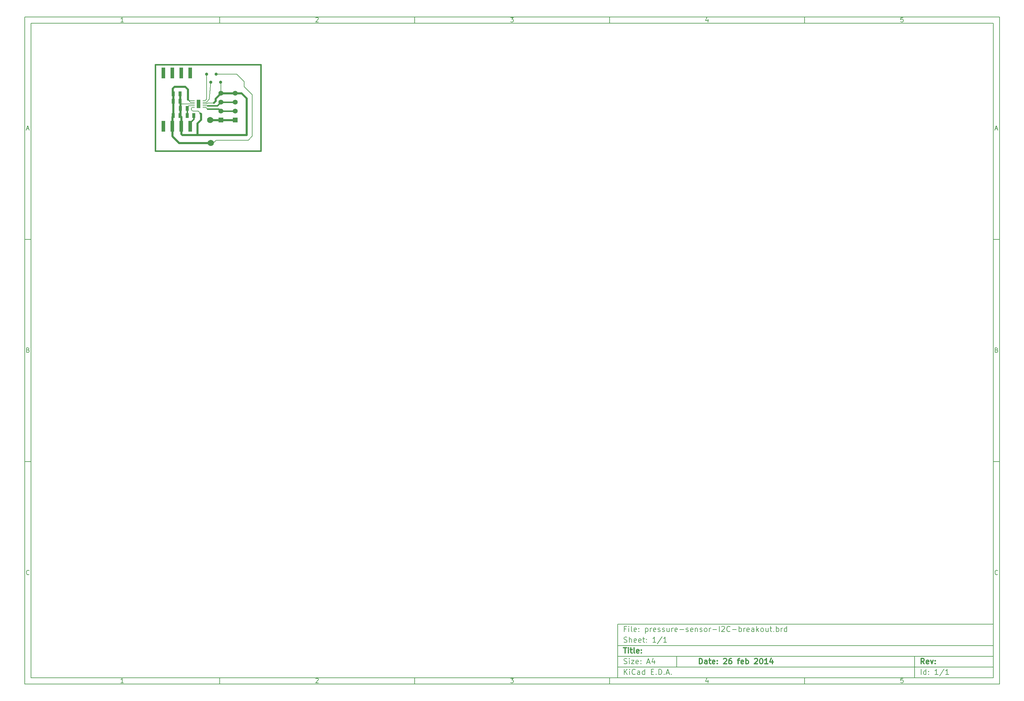
<source format=gtl>
G04 (created by PCBNEW-RS274X (2012-apr-16-27)-stable) date Thu 27 Feb 2014 00:38:27 NZDT*
G01*
G70*
G90*
%MOIN*%
G04 Gerber Fmt 3.4, Leading zero omitted, Abs format*
%FSLAX34Y34*%
G04 APERTURE LIST*
%ADD10C,0.006000*%
%ADD11C,0.012000*%
%ADD12C,0.015000*%
%ADD13R,0.035000X0.055000*%
%ADD14R,0.055000X0.055000*%
%ADD15C,0.055000*%
%ADD16R,0.039300X0.122000*%
%ADD17O,0.031400X0.009800*%
%ADD18R,0.039300X0.093700*%
%ADD19C,0.035000*%
%ADD20C,0.070000*%
%ADD21C,0.016000*%
%ADD22C,0.008000*%
%ADD23C,0.024000*%
G04 APERTURE END LIST*
G54D10*
X04000Y-04000D02*
X113000Y-04000D01*
X113000Y-78670D01*
X04000Y-78670D01*
X04000Y-04000D01*
X04700Y-04700D02*
X112300Y-04700D01*
X112300Y-77970D01*
X04700Y-77970D01*
X04700Y-04700D01*
X25800Y-04000D02*
X25800Y-04700D01*
X15043Y-04552D02*
X14757Y-04552D01*
X14900Y-04552D02*
X14900Y-04052D01*
X14852Y-04124D01*
X14805Y-04171D01*
X14757Y-04195D01*
X25800Y-78670D02*
X25800Y-77970D01*
X15043Y-78522D02*
X14757Y-78522D01*
X14900Y-78522D02*
X14900Y-78022D01*
X14852Y-78094D01*
X14805Y-78141D01*
X14757Y-78165D01*
X47600Y-04000D02*
X47600Y-04700D01*
X36557Y-04100D02*
X36581Y-04076D01*
X36629Y-04052D01*
X36748Y-04052D01*
X36795Y-04076D01*
X36819Y-04100D01*
X36843Y-04148D01*
X36843Y-04195D01*
X36819Y-04267D01*
X36533Y-04552D01*
X36843Y-04552D01*
X47600Y-78670D02*
X47600Y-77970D01*
X36557Y-78070D02*
X36581Y-78046D01*
X36629Y-78022D01*
X36748Y-78022D01*
X36795Y-78046D01*
X36819Y-78070D01*
X36843Y-78118D01*
X36843Y-78165D01*
X36819Y-78237D01*
X36533Y-78522D01*
X36843Y-78522D01*
X69400Y-04000D02*
X69400Y-04700D01*
X58333Y-04052D02*
X58643Y-04052D01*
X58476Y-04243D01*
X58548Y-04243D01*
X58595Y-04267D01*
X58619Y-04290D01*
X58643Y-04338D01*
X58643Y-04457D01*
X58619Y-04505D01*
X58595Y-04529D01*
X58548Y-04552D01*
X58405Y-04552D01*
X58357Y-04529D01*
X58333Y-04505D01*
X69400Y-78670D02*
X69400Y-77970D01*
X58333Y-78022D02*
X58643Y-78022D01*
X58476Y-78213D01*
X58548Y-78213D01*
X58595Y-78237D01*
X58619Y-78260D01*
X58643Y-78308D01*
X58643Y-78427D01*
X58619Y-78475D01*
X58595Y-78499D01*
X58548Y-78522D01*
X58405Y-78522D01*
X58357Y-78499D01*
X58333Y-78475D01*
X91200Y-04000D02*
X91200Y-04700D01*
X80395Y-04219D02*
X80395Y-04552D01*
X80276Y-04029D02*
X80157Y-04386D01*
X80467Y-04386D01*
X91200Y-78670D02*
X91200Y-77970D01*
X80395Y-78189D02*
X80395Y-78522D01*
X80276Y-77999D02*
X80157Y-78356D01*
X80467Y-78356D01*
X102219Y-04052D02*
X101981Y-04052D01*
X101957Y-04290D01*
X101981Y-04267D01*
X102029Y-04243D01*
X102148Y-04243D01*
X102195Y-04267D01*
X102219Y-04290D01*
X102243Y-04338D01*
X102243Y-04457D01*
X102219Y-04505D01*
X102195Y-04529D01*
X102148Y-04552D01*
X102029Y-04552D01*
X101981Y-04529D01*
X101957Y-04505D01*
X102219Y-78022D02*
X101981Y-78022D01*
X101957Y-78260D01*
X101981Y-78237D01*
X102029Y-78213D01*
X102148Y-78213D01*
X102195Y-78237D01*
X102219Y-78260D01*
X102243Y-78308D01*
X102243Y-78427D01*
X102219Y-78475D01*
X102195Y-78499D01*
X102148Y-78522D01*
X102029Y-78522D01*
X101981Y-78499D01*
X101957Y-78475D01*
X04000Y-28890D02*
X04700Y-28890D01*
X04231Y-16510D02*
X04469Y-16510D01*
X04184Y-16652D02*
X04350Y-16152D01*
X04517Y-16652D01*
X113000Y-28890D02*
X112300Y-28890D01*
X112531Y-16510D02*
X112769Y-16510D01*
X112484Y-16652D02*
X112650Y-16152D01*
X112817Y-16652D01*
X04000Y-53780D02*
X04700Y-53780D01*
X04386Y-41280D02*
X04457Y-41304D01*
X04481Y-41328D01*
X04505Y-41376D01*
X04505Y-41447D01*
X04481Y-41495D01*
X04457Y-41519D01*
X04410Y-41542D01*
X04219Y-41542D01*
X04219Y-41042D01*
X04386Y-41042D01*
X04433Y-41066D01*
X04457Y-41090D01*
X04481Y-41138D01*
X04481Y-41185D01*
X04457Y-41233D01*
X04433Y-41257D01*
X04386Y-41280D01*
X04219Y-41280D01*
X113000Y-53780D02*
X112300Y-53780D01*
X112686Y-41280D02*
X112757Y-41304D01*
X112781Y-41328D01*
X112805Y-41376D01*
X112805Y-41447D01*
X112781Y-41495D01*
X112757Y-41519D01*
X112710Y-41542D01*
X112519Y-41542D01*
X112519Y-41042D01*
X112686Y-41042D01*
X112733Y-41066D01*
X112757Y-41090D01*
X112781Y-41138D01*
X112781Y-41185D01*
X112757Y-41233D01*
X112733Y-41257D01*
X112686Y-41280D01*
X112519Y-41280D01*
X04505Y-66385D02*
X04481Y-66409D01*
X04410Y-66432D01*
X04362Y-66432D01*
X04290Y-66409D01*
X04243Y-66361D01*
X04219Y-66313D01*
X04195Y-66218D01*
X04195Y-66147D01*
X04219Y-66051D01*
X04243Y-66004D01*
X04290Y-65956D01*
X04362Y-65932D01*
X04410Y-65932D01*
X04481Y-65956D01*
X04505Y-65980D01*
X112805Y-66385D02*
X112781Y-66409D01*
X112710Y-66432D01*
X112662Y-66432D01*
X112590Y-66409D01*
X112543Y-66361D01*
X112519Y-66313D01*
X112495Y-66218D01*
X112495Y-66147D01*
X112519Y-66051D01*
X112543Y-66004D01*
X112590Y-65956D01*
X112662Y-65932D01*
X112710Y-65932D01*
X112781Y-65956D01*
X112805Y-65980D01*
G54D11*
X79443Y-76413D02*
X79443Y-75813D01*
X79586Y-75813D01*
X79671Y-75841D01*
X79729Y-75899D01*
X79757Y-75956D01*
X79786Y-76070D01*
X79786Y-76156D01*
X79757Y-76270D01*
X79729Y-76327D01*
X79671Y-76384D01*
X79586Y-76413D01*
X79443Y-76413D01*
X80300Y-76413D02*
X80300Y-76099D01*
X80271Y-76041D01*
X80214Y-76013D01*
X80100Y-76013D01*
X80043Y-76041D01*
X80300Y-76384D02*
X80243Y-76413D01*
X80100Y-76413D01*
X80043Y-76384D01*
X80014Y-76327D01*
X80014Y-76270D01*
X80043Y-76213D01*
X80100Y-76184D01*
X80243Y-76184D01*
X80300Y-76156D01*
X80500Y-76013D02*
X80729Y-76013D01*
X80586Y-75813D02*
X80586Y-76327D01*
X80614Y-76384D01*
X80672Y-76413D01*
X80729Y-76413D01*
X81157Y-76384D02*
X81100Y-76413D01*
X80986Y-76413D01*
X80929Y-76384D01*
X80900Y-76327D01*
X80900Y-76099D01*
X80929Y-76041D01*
X80986Y-76013D01*
X81100Y-76013D01*
X81157Y-76041D01*
X81186Y-76099D01*
X81186Y-76156D01*
X80900Y-76213D01*
X81443Y-76356D02*
X81471Y-76384D01*
X81443Y-76413D01*
X81414Y-76384D01*
X81443Y-76356D01*
X81443Y-76413D01*
X81443Y-76041D02*
X81471Y-76070D01*
X81443Y-76099D01*
X81414Y-76070D01*
X81443Y-76041D01*
X81443Y-76099D01*
X82157Y-75870D02*
X82186Y-75841D01*
X82243Y-75813D01*
X82386Y-75813D01*
X82443Y-75841D01*
X82472Y-75870D01*
X82500Y-75927D01*
X82500Y-75984D01*
X82472Y-76070D01*
X82129Y-76413D01*
X82500Y-76413D01*
X83014Y-75813D02*
X82900Y-75813D01*
X82843Y-75841D01*
X82814Y-75870D01*
X82757Y-75956D01*
X82728Y-76070D01*
X82728Y-76299D01*
X82757Y-76356D01*
X82785Y-76384D01*
X82843Y-76413D01*
X82957Y-76413D01*
X83014Y-76384D01*
X83043Y-76356D01*
X83071Y-76299D01*
X83071Y-76156D01*
X83043Y-76099D01*
X83014Y-76070D01*
X82957Y-76041D01*
X82843Y-76041D01*
X82785Y-76070D01*
X82757Y-76099D01*
X82728Y-76156D01*
X83699Y-76013D02*
X83928Y-76013D01*
X83785Y-76413D02*
X83785Y-75899D01*
X83813Y-75841D01*
X83871Y-75813D01*
X83928Y-75813D01*
X84356Y-76384D02*
X84299Y-76413D01*
X84185Y-76413D01*
X84128Y-76384D01*
X84099Y-76327D01*
X84099Y-76099D01*
X84128Y-76041D01*
X84185Y-76013D01*
X84299Y-76013D01*
X84356Y-76041D01*
X84385Y-76099D01*
X84385Y-76156D01*
X84099Y-76213D01*
X84642Y-76413D02*
X84642Y-75813D01*
X84642Y-76041D02*
X84699Y-76013D01*
X84813Y-76013D01*
X84870Y-76041D01*
X84899Y-76070D01*
X84928Y-76127D01*
X84928Y-76299D01*
X84899Y-76356D01*
X84870Y-76384D01*
X84813Y-76413D01*
X84699Y-76413D01*
X84642Y-76384D01*
X85613Y-75870D02*
X85642Y-75841D01*
X85699Y-75813D01*
X85842Y-75813D01*
X85899Y-75841D01*
X85928Y-75870D01*
X85956Y-75927D01*
X85956Y-75984D01*
X85928Y-76070D01*
X85585Y-76413D01*
X85956Y-76413D01*
X86327Y-75813D02*
X86384Y-75813D01*
X86441Y-75841D01*
X86470Y-75870D01*
X86499Y-75927D01*
X86527Y-76041D01*
X86527Y-76184D01*
X86499Y-76299D01*
X86470Y-76356D01*
X86441Y-76384D01*
X86384Y-76413D01*
X86327Y-76413D01*
X86270Y-76384D01*
X86241Y-76356D01*
X86213Y-76299D01*
X86184Y-76184D01*
X86184Y-76041D01*
X86213Y-75927D01*
X86241Y-75870D01*
X86270Y-75841D01*
X86327Y-75813D01*
X87098Y-76413D02*
X86755Y-76413D01*
X86927Y-76413D02*
X86927Y-75813D01*
X86870Y-75899D01*
X86812Y-75956D01*
X86755Y-75984D01*
X87612Y-76013D02*
X87612Y-76413D01*
X87469Y-75784D02*
X87326Y-76213D01*
X87698Y-76213D01*
G54D10*
X71043Y-77613D02*
X71043Y-77013D01*
X71386Y-77613D02*
X71129Y-77270D01*
X71386Y-77013D02*
X71043Y-77356D01*
X71643Y-77613D02*
X71643Y-77213D01*
X71643Y-77013D02*
X71614Y-77041D01*
X71643Y-77070D01*
X71671Y-77041D01*
X71643Y-77013D01*
X71643Y-77070D01*
X72272Y-77556D02*
X72243Y-77584D01*
X72157Y-77613D01*
X72100Y-77613D01*
X72015Y-77584D01*
X71957Y-77527D01*
X71929Y-77470D01*
X71900Y-77356D01*
X71900Y-77270D01*
X71929Y-77156D01*
X71957Y-77099D01*
X72015Y-77041D01*
X72100Y-77013D01*
X72157Y-77013D01*
X72243Y-77041D01*
X72272Y-77070D01*
X72786Y-77613D02*
X72786Y-77299D01*
X72757Y-77241D01*
X72700Y-77213D01*
X72586Y-77213D01*
X72529Y-77241D01*
X72786Y-77584D02*
X72729Y-77613D01*
X72586Y-77613D01*
X72529Y-77584D01*
X72500Y-77527D01*
X72500Y-77470D01*
X72529Y-77413D01*
X72586Y-77384D01*
X72729Y-77384D01*
X72786Y-77356D01*
X73329Y-77613D02*
X73329Y-77013D01*
X73329Y-77584D02*
X73272Y-77613D01*
X73158Y-77613D01*
X73100Y-77584D01*
X73072Y-77556D01*
X73043Y-77499D01*
X73043Y-77327D01*
X73072Y-77270D01*
X73100Y-77241D01*
X73158Y-77213D01*
X73272Y-77213D01*
X73329Y-77241D01*
X74072Y-77299D02*
X74272Y-77299D01*
X74358Y-77613D02*
X74072Y-77613D01*
X74072Y-77013D01*
X74358Y-77013D01*
X74615Y-77556D02*
X74643Y-77584D01*
X74615Y-77613D01*
X74586Y-77584D01*
X74615Y-77556D01*
X74615Y-77613D01*
X74901Y-77613D02*
X74901Y-77013D01*
X75044Y-77013D01*
X75129Y-77041D01*
X75187Y-77099D01*
X75215Y-77156D01*
X75244Y-77270D01*
X75244Y-77356D01*
X75215Y-77470D01*
X75187Y-77527D01*
X75129Y-77584D01*
X75044Y-77613D01*
X74901Y-77613D01*
X75501Y-77556D02*
X75529Y-77584D01*
X75501Y-77613D01*
X75472Y-77584D01*
X75501Y-77556D01*
X75501Y-77613D01*
X75758Y-77441D02*
X76044Y-77441D01*
X75701Y-77613D02*
X75901Y-77013D01*
X76101Y-77613D01*
X76301Y-77556D02*
X76329Y-77584D01*
X76301Y-77613D01*
X76272Y-77584D01*
X76301Y-77556D01*
X76301Y-77613D01*
G54D11*
X104586Y-76413D02*
X104386Y-76127D01*
X104243Y-76413D02*
X104243Y-75813D01*
X104471Y-75813D01*
X104529Y-75841D01*
X104557Y-75870D01*
X104586Y-75927D01*
X104586Y-76013D01*
X104557Y-76070D01*
X104529Y-76099D01*
X104471Y-76127D01*
X104243Y-76127D01*
X105071Y-76384D02*
X105014Y-76413D01*
X104900Y-76413D01*
X104843Y-76384D01*
X104814Y-76327D01*
X104814Y-76099D01*
X104843Y-76041D01*
X104900Y-76013D01*
X105014Y-76013D01*
X105071Y-76041D01*
X105100Y-76099D01*
X105100Y-76156D01*
X104814Y-76213D01*
X105300Y-76013D02*
X105443Y-76413D01*
X105585Y-76013D01*
X105814Y-76356D02*
X105842Y-76384D01*
X105814Y-76413D01*
X105785Y-76384D01*
X105814Y-76356D01*
X105814Y-76413D01*
X105814Y-76041D02*
X105842Y-76070D01*
X105814Y-76099D01*
X105785Y-76070D01*
X105814Y-76041D01*
X105814Y-76099D01*
G54D10*
X71014Y-76384D02*
X71100Y-76413D01*
X71243Y-76413D01*
X71300Y-76384D01*
X71329Y-76356D01*
X71357Y-76299D01*
X71357Y-76241D01*
X71329Y-76184D01*
X71300Y-76156D01*
X71243Y-76127D01*
X71129Y-76099D01*
X71071Y-76070D01*
X71043Y-76041D01*
X71014Y-75984D01*
X71014Y-75927D01*
X71043Y-75870D01*
X71071Y-75841D01*
X71129Y-75813D01*
X71271Y-75813D01*
X71357Y-75841D01*
X71614Y-76413D02*
X71614Y-76013D01*
X71614Y-75813D02*
X71585Y-75841D01*
X71614Y-75870D01*
X71642Y-75841D01*
X71614Y-75813D01*
X71614Y-75870D01*
X71843Y-76013D02*
X72157Y-76013D01*
X71843Y-76413D01*
X72157Y-76413D01*
X72614Y-76384D02*
X72557Y-76413D01*
X72443Y-76413D01*
X72386Y-76384D01*
X72357Y-76327D01*
X72357Y-76099D01*
X72386Y-76041D01*
X72443Y-76013D01*
X72557Y-76013D01*
X72614Y-76041D01*
X72643Y-76099D01*
X72643Y-76156D01*
X72357Y-76213D01*
X72900Y-76356D02*
X72928Y-76384D01*
X72900Y-76413D01*
X72871Y-76384D01*
X72900Y-76356D01*
X72900Y-76413D01*
X72900Y-76041D02*
X72928Y-76070D01*
X72900Y-76099D01*
X72871Y-76070D01*
X72900Y-76041D01*
X72900Y-76099D01*
X73614Y-76241D02*
X73900Y-76241D01*
X73557Y-76413D02*
X73757Y-75813D01*
X73957Y-76413D01*
X74414Y-76013D02*
X74414Y-76413D01*
X74271Y-75784D02*
X74128Y-76213D01*
X74500Y-76213D01*
X104243Y-77613D02*
X104243Y-77013D01*
X104786Y-77613D02*
X104786Y-77013D01*
X104786Y-77584D02*
X104729Y-77613D01*
X104615Y-77613D01*
X104557Y-77584D01*
X104529Y-77556D01*
X104500Y-77499D01*
X104500Y-77327D01*
X104529Y-77270D01*
X104557Y-77241D01*
X104615Y-77213D01*
X104729Y-77213D01*
X104786Y-77241D01*
X105072Y-77556D02*
X105100Y-77584D01*
X105072Y-77613D01*
X105043Y-77584D01*
X105072Y-77556D01*
X105072Y-77613D01*
X105072Y-77241D02*
X105100Y-77270D01*
X105072Y-77299D01*
X105043Y-77270D01*
X105072Y-77241D01*
X105072Y-77299D01*
X106129Y-77613D02*
X105786Y-77613D01*
X105958Y-77613D02*
X105958Y-77013D01*
X105901Y-77099D01*
X105843Y-77156D01*
X105786Y-77184D01*
X106814Y-76984D02*
X106300Y-77756D01*
X107329Y-77613D02*
X106986Y-77613D01*
X107158Y-77613D02*
X107158Y-77013D01*
X107101Y-77099D01*
X107043Y-77156D01*
X106986Y-77184D01*
G54D11*
X70957Y-74613D02*
X71300Y-74613D01*
X71129Y-75213D02*
X71129Y-74613D01*
X71500Y-75213D02*
X71500Y-74813D01*
X71500Y-74613D02*
X71471Y-74641D01*
X71500Y-74670D01*
X71528Y-74641D01*
X71500Y-74613D01*
X71500Y-74670D01*
X71700Y-74813D02*
X71929Y-74813D01*
X71786Y-74613D02*
X71786Y-75127D01*
X71814Y-75184D01*
X71872Y-75213D01*
X71929Y-75213D01*
X72215Y-75213D02*
X72157Y-75184D01*
X72129Y-75127D01*
X72129Y-74613D01*
X72671Y-75184D02*
X72614Y-75213D01*
X72500Y-75213D01*
X72443Y-75184D01*
X72414Y-75127D01*
X72414Y-74899D01*
X72443Y-74841D01*
X72500Y-74813D01*
X72614Y-74813D01*
X72671Y-74841D01*
X72700Y-74899D01*
X72700Y-74956D01*
X72414Y-75013D01*
X72957Y-75156D02*
X72985Y-75184D01*
X72957Y-75213D01*
X72928Y-75184D01*
X72957Y-75156D01*
X72957Y-75213D01*
X72957Y-74841D02*
X72985Y-74870D01*
X72957Y-74899D01*
X72928Y-74870D01*
X72957Y-74841D01*
X72957Y-74899D01*
G54D10*
X71243Y-72499D02*
X71043Y-72499D01*
X71043Y-72813D02*
X71043Y-72213D01*
X71329Y-72213D01*
X71557Y-72813D02*
X71557Y-72413D01*
X71557Y-72213D02*
X71528Y-72241D01*
X71557Y-72270D01*
X71585Y-72241D01*
X71557Y-72213D01*
X71557Y-72270D01*
X71929Y-72813D02*
X71871Y-72784D01*
X71843Y-72727D01*
X71843Y-72213D01*
X72385Y-72784D02*
X72328Y-72813D01*
X72214Y-72813D01*
X72157Y-72784D01*
X72128Y-72727D01*
X72128Y-72499D01*
X72157Y-72441D01*
X72214Y-72413D01*
X72328Y-72413D01*
X72385Y-72441D01*
X72414Y-72499D01*
X72414Y-72556D01*
X72128Y-72613D01*
X72671Y-72756D02*
X72699Y-72784D01*
X72671Y-72813D01*
X72642Y-72784D01*
X72671Y-72756D01*
X72671Y-72813D01*
X72671Y-72441D02*
X72699Y-72470D01*
X72671Y-72499D01*
X72642Y-72470D01*
X72671Y-72441D01*
X72671Y-72499D01*
X73414Y-72413D02*
X73414Y-73013D01*
X73414Y-72441D02*
X73471Y-72413D01*
X73585Y-72413D01*
X73642Y-72441D01*
X73671Y-72470D01*
X73700Y-72527D01*
X73700Y-72699D01*
X73671Y-72756D01*
X73642Y-72784D01*
X73585Y-72813D01*
X73471Y-72813D01*
X73414Y-72784D01*
X73957Y-72813D02*
X73957Y-72413D01*
X73957Y-72527D02*
X73985Y-72470D01*
X74014Y-72441D01*
X74071Y-72413D01*
X74128Y-72413D01*
X74556Y-72784D02*
X74499Y-72813D01*
X74385Y-72813D01*
X74328Y-72784D01*
X74299Y-72727D01*
X74299Y-72499D01*
X74328Y-72441D01*
X74385Y-72413D01*
X74499Y-72413D01*
X74556Y-72441D01*
X74585Y-72499D01*
X74585Y-72556D01*
X74299Y-72613D01*
X74813Y-72784D02*
X74870Y-72813D01*
X74985Y-72813D01*
X75042Y-72784D01*
X75070Y-72727D01*
X75070Y-72699D01*
X75042Y-72641D01*
X74985Y-72613D01*
X74899Y-72613D01*
X74842Y-72584D01*
X74813Y-72527D01*
X74813Y-72499D01*
X74842Y-72441D01*
X74899Y-72413D01*
X74985Y-72413D01*
X75042Y-72441D01*
X75299Y-72784D02*
X75356Y-72813D01*
X75471Y-72813D01*
X75528Y-72784D01*
X75556Y-72727D01*
X75556Y-72699D01*
X75528Y-72641D01*
X75471Y-72613D01*
X75385Y-72613D01*
X75328Y-72584D01*
X75299Y-72527D01*
X75299Y-72499D01*
X75328Y-72441D01*
X75385Y-72413D01*
X75471Y-72413D01*
X75528Y-72441D01*
X76071Y-72413D02*
X76071Y-72813D01*
X75814Y-72413D02*
X75814Y-72727D01*
X75842Y-72784D01*
X75900Y-72813D01*
X75985Y-72813D01*
X76042Y-72784D01*
X76071Y-72756D01*
X76357Y-72813D02*
X76357Y-72413D01*
X76357Y-72527D02*
X76385Y-72470D01*
X76414Y-72441D01*
X76471Y-72413D01*
X76528Y-72413D01*
X76956Y-72784D02*
X76899Y-72813D01*
X76785Y-72813D01*
X76728Y-72784D01*
X76699Y-72727D01*
X76699Y-72499D01*
X76728Y-72441D01*
X76785Y-72413D01*
X76899Y-72413D01*
X76956Y-72441D01*
X76985Y-72499D01*
X76985Y-72556D01*
X76699Y-72613D01*
X77242Y-72584D02*
X77699Y-72584D01*
X77956Y-72784D02*
X78013Y-72813D01*
X78128Y-72813D01*
X78185Y-72784D01*
X78213Y-72727D01*
X78213Y-72699D01*
X78185Y-72641D01*
X78128Y-72613D01*
X78042Y-72613D01*
X77985Y-72584D01*
X77956Y-72527D01*
X77956Y-72499D01*
X77985Y-72441D01*
X78042Y-72413D01*
X78128Y-72413D01*
X78185Y-72441D01*
X78699Y-72784D02*
X78642Y-72813D01*
X78528Y-72813D01*
X78471Y-72784D01*
X78442Y-72727D01*
X78442Y-72499D01*
X78471Y-72441D01*
X78528Y-72413D01*
X78642Y-72413D01*
X78699Y-72441D01*
X78728Y-72499D01*
X78728Y-72556D01*
X78442Y-72613D01*
X78985Y-72413D02*
X78985Y-72813D01*
X78985Y-72470D02*
X79013Y-72441D01*
X79071Y-72413D01*
X79156Y-72413D01*
X79213Y-72441D01*
X79242Y-72499D01*
X79242Y-72813D01*
X79499Y-72784D02*
X79556Y-72813D01*
X79671Y-72813D01*
X79728Y-72784D01*
X79756Y-72727D01*
X79756Y-72699D01*
X79728Y-72641D01*
X79671Y-72613D01*
X79585Y-72613D01*
X79528Y-72584D01*
X79499Y-72527D01*
X79499Y-72499D01*
X79528Y-72441D01*
X79585Y-72413D01*
X79671Y-72413D01*
X79728Y-72441D01*
X80100Y-72813D02*
X80042Y-72784D01*
X80014Y-72756D01*
X79985Y-72699D01*
X79985Y-72527D01*
X80014Y-72470D01*
X80042Y-72441D01*
X80100Y-72413D01*
X80185Y-72413D01*
X80242Y-72441D01*
X80271Y-72470D01*
X80300Y-72527D01*
X80300Y-72699D01*
X80271Y-72756D01*
X80242Y-72784D01*
X80185Y-72813D01*
X80100Y-72813D01*
X80557Y-72813D02*
X80557Y-72413D01*
X80557Y-72527D02*
X80585Y-72470D01*
X80614Y-72441D01*
X80671Y-72413D01*
X80728Y-72413D01*
X80928Y-72584D02*
X81385Y-72584D01*
X81671Y-72813D02*
X81671Y-72213D01*
X81928Y-72270D02*
X81957Y-72241D01*
X82014Y-72213D01*
X82157Y-72213D01*
X82214Y-72241D01*
X82243Y-72270D01*
X82271Y-72327D01*
X82271Y-72384D01*
X82243Y-72470D01*
X81900Y-72813D01*
X82271Y-72813D01*
X82871Y-72756D02*
X82842Y-72784D01*
X82756Y-72813D01*
X82699Y-72813D01*
X82614Y-72784D01*
X82556Y-72727D01*
X82528Y-72670D01*
X82499Y-72556D01*
X82499Y-72470D01*
X82528Y-72356D01*
X82556Y-72299D01*
X82614Y-72241D01*
X82699Y-72213D01*
X82756Y-72213D01*
X82842Y-72241D01*
X82871Y-72270D01*
X83128Y-72584D02*
X83585Y-72584D01*
X83871Y-72813D02*
X83871Y-72213D01*
X83871Y-72441D02*
X83928Y-72413D01*
X84042Y-72413D01*
X84099Y-72441D01*
X84128Y-72470D01*
X84157Y-72527D01*
X84157Y-72699D01*
X84128Y-72756D01*
X84099Y-72784D01*
X84042Y-72813D01*
X83928Y-72813D01*
X83871Y-72784D01*
X84414Y-72813D02*
X84414Y-72413D01*
X84414Y-72527D02*
X84442Y-72470D01*
X84471Y-72441D01*
X84528Y-72413D01*
X84585Y-72413D01*
X85013Y-72784D02*
X84956Y-72813D01*
X84842Y-72813D01*
X84785Y-72784D01*
X84756Y-72727D01*
X84756Y-72499D01*
X84785Y-72441D01*
X84842Y-72413D01*
X84956Y-72413D01*
X85013Y-72441D01*
X85042Y-72499D01*
X85042Y-72556D01*
X84756Y-72613D01*
X85556Y-72813D02*
X85556Y-72499D01*
X85527Y-72441D01*
X85470Y-72413D01*
X85356Y-72413D01*
X85299Y-72441D01*
X85556Y-72784D02*
X85499Y-72813D01*
X85356Y-72813D01*
X85299Y-72784D01*
X85270Y-72727D01*
X85270Y-72670D01*
X85299Y-72613D01*
X85356Y-72584D01*
X85499Y-72584D01*
X85556Y-72556D01*
X85842Y-72813D02*
X85842Y-72213D01*
X85899Y-72584D02*
X86070Y-72813D01*
X86070Y-72413D02*
X85842Y-72641D01*
X86414Y-72813D02*
X86356Y-72784D01*
X86328Y-72756D01*
X86299Y-72699D01*
X86299Y-72527D01*
X86328Y-72470D01*
X86356Y-72441D01*
X86414Y-72413D01*
X86499Y-72413D01*
X86556Y-72441D01*
X86585Y-72470D01*
X86614Y-72527D01*
X86614Y-72699D01*
X86585Y-72756D01*
X86556Y-72784D01*
X86499Y-72813D01*
X86414Y-72813D01*
X87128Y-72413D02*
X87128Y-72813D01*
X86871Y-72413D02*
X86871Y-72727D01*
X86899Y-72784D01*
X86957Y-72813D01*
X87042Y-72813D01*
X87099Y-72784D01*
X87128Y-72756D01*
X87328Y-72413D02*
X87557Y-72413D01*
X87414Y-72213D02*
X87414Y-72727D01*
X87442Y-72784D01*
X87500Y-72813D01*
X87557Y-72813D01*
X87757Y-72756D02*
X87785Y-72784D01*
X87757Y-72813D01*
X87728Y-72784D01*
X87757Y-72756D01*
X87757Y-72813D01*
X88043Y-72813D02*
X88043Y-72213D01*
X88043Y-72441D02*
X88100Y-72413D01*
X88214Y-72413D01*
X88271Y-72441D01*
X88300Y-72470D01*
X88329Y-72527D01*
X88329Y-72699D01*
X88300Y-72756D01*
X88271Y-72784D01*
X88214Y-72813D01*
X88100Y-72813D01*
X88043Y-72784D01*
X88586Y-72813D02*
X88586Y-72413D01*
X88586Y-72527D02*
X88614Y-72470D01*
X88643Y-72441D01*
X88700Y-72413D01*
X88757Y-72413D01*
X89214Y-72813D02*
X89214Y-72213D01*
X89214Y-72784D02*
X89157Y-72813D01*
X89043Y-72813D01*
X88985Y-72784D01*
X88957Y-72756D01*
X88928Y-72699D01*
X88928Y-72527D01*
X88957Y-72470D01*
X88985Y-72441D01*
X89043Y-72413D01*
X89157Y-72413D01*
X89214Y-72441D01*
X71014Y-73984D02*
X71100Y-74013D01*
X71243Y-74013D01*
X71300Y-73984D01*
X71329Y-73956D01*
X71357Y-73899D01*
X71357Y-73841D01*
X71329Y-73784D01*
X71300Y-73756D01*
X71243Y-73727D01*
X71129Y-73699D01*
X71071Y-73670D01*
X71043Y-73641D01*
X71014Y-73584D01*
X71014Y-73527D01*
X71043Y-73470D01*
X71071Y-73441D01*
X71129Y-73413D01*
X71271Y-73413D01*
X71357Y-73441D01*
X71614Y-74013D02*
X71614Y-73413D01*
X71871Y-74013D02*
X71871Y-73699D01*
X71842Y-73641D01*
X71785Y-73613D01*
X71700Y-73613D01*
X71642Y-73641D01*
X71614Y-73670D01*
X72385Y-73984D02*
X72328Y-74013D01*
X72214Y-74013D01*
X72157Y-73984D01*
X72128Y-73927D01*
X72128Y-73699D01*
X72157Y-73641D01*
X72214Y-73613D01*
X72328Y-73613D01*
X72385Y-73641D01*
X72414Y-73699D01*
X72414Y-73756D01*
X72128Y-73813D01*
X72899Y-73984D02*
X72842Y-74013D01*
X72728Y-74013D01*
X72671Y-73984D01*
X72642Y-73927D01*
X72642Y-73699D01*
X72671Y-73641D01*
X72728Y-73613D01*
X72842Y-73613D01*
X72899Y-73641D01*
X72928Y-73699D01*
X72928Y-73756D01*
X72642Y-73813D01*
X73099Y-73613D02*
X73328Y-73613D01*
X73185Y-73413D02*
X73185Y-73927D01*
X73213Y-73984D01*
X73271Y-74013D01*
X73328Y-74013D01*
X73528Y-73956D02*
X73556Y-73984D01*
X73528Y-74013D01*
X73499Y-73984D01*
X73528Y-73956D01*
X73528Y-74013D01*
X73528Y-73641D02*
X73556Y-73670D01*
X73528Y-73699D01*
X73499Y-73670D01*
X73528Y-73641D01*
X73528Y-73699D01*
X74585Y-74013D02*
X74242Y-74013D01*
X74414Y-74013D02*
X74414Y-73413D01*
X74357Y-73499D01*
X74299Y-73556D01*
X74242Y-73584D01*
X75270Y-73384D02*
X74756Y-74156D01*
X75785Y-74013D02*
X75442Y-74013D01*
X75614Y-74013D02*
X75614Y-73413D01*
X75557Y-73499D01*
X75499Y-73556D01*
X75442Y-73584D01*
X70300Y-71970D02*
X70300Y-77970D01*
X70300Y-71970D02*
X112300Y-71970D01*
X70300Y-71970D02*
X112300Y-71970D01*
X70300Y-74370D02*
X112300Y-74370D01*
X103500Y-75570D02*
X103500Y-77970D01*
X70300Y-76770D02*
X112300Y-76770D01*
X70300Y-75570D02*
X112300Y-75570D01*
X76900Y-75570D02*
X76900Y-76770D01*
G54D12*
X30400Y-09350D02*
X18600Y-09350D01*
X30400Y-18950D02*
X30400Y-09350D01*
X18600Y-19000D02*
X30400Y-19000D01*
X18600Y-09350D02*
X18600Y-19000D01*
G54D13*
X20625Y-12600D03*
X21375Y-12600D03*
X22175Y-14250D03*
X21425Y-14250D03*
X20625Y-15050D03*
X21375Y-15050D03*
X20625Y-13450D03*
X21375Y-13450D03*
X22925Y-15050D03*
X22175Y-15050D03*
G54D14*
X27550Y-15550D03*
G54D15*
X27550Y-14550D03*
X27550Y-13550D03*
X27550Y-12550D03*
G54D14*
X25950Y-15550D03*
G54D15*
X25950Y-14550D03*
X25950Y-13550D03*
X25950Y-12550D03*
G54D16*
X19501Y-16223D03*
X20501Y-16223D03*
X21499Y-16223D03*
X22499Y-16223D03*
X22499Y-10277D03*
X21499Y-10277D03*
X20501Y-10277D03*
X19501Y-10277D03*
G54D17*
X22860Y-13357D03*
X22860Y-13554D03*
X22860Y-13750D03*
X22860Y-13946D03*
X22860Y-14143D03*
X24040Y-14143D03*
X24040Y-13946D03*
X24040Y-13750D03*
X24040Y-13554D03*
X24040Y-13357D03*
G54D18*
X23450Y-13750D03*
G54D19*
X24800Y-11300D03*
X25900Y-11300D03*
G54D20*
X24800Y-18100D03*
X24750Y-15550D03*
G54D19*
X25400Y-10400D03*
X24350Y-10400D03*
G54D21*
X25700Y-14300D02*
X24450Y-14300D01*
G54D22*
X24293Y-14143D02*
X24450Y-14300D01*
G54D21*
X27550Y-14550D02*
X25950Y-14550D01*
G54D22*
X24040Y-14143D02*
X24293Y-14143D01*
G54D21*
X25700Y-14300D02*
X25950Y-14550D01*
X24500Y-13950D02*
X24450Y-13950D01*
X25550Y-13950D02*
X24500Y-13950D01*
X25950Y-13550D02*
X25550Y-13950D01*
X27550Y-13550D02*
X25950Y-13550D01*
G54D22*
X24496Y-13946D02*
X24500Y-13950D01*
X24040Y-13946D02*
X24496Y-13946D01*
X22650Y-14200D02*
X22650Y-14400D01*
G54D23*
X23700Y-14850D02*
X23650Y-14800D01*
X21499Y-17099D02*
X21499Y-16223D01*
X28800Y-17100D02*
X28800Y-13100D01*
G54D22*
X22800Y-14550D02*
X23400Y-14550D01*
G54D23*
X25350Y-13150D02*
X25350Y-13400D01*
X21425Y-13750D02*
X21425Y-13500D01*
X23700Y-15500D02*
X23700Y-14850D01*
X23300Y-17200D02*
X23300Y-15900D01*
G54D22*
X22860Y-14143D02*
X22707Y-14143D01*
G54D23*
X23100Y-17200D02*
X23300Y-17200D01*
X25950Y-12550D02*
X25350Y-13150D01*
X25350Y-13400D02*
X25200Y-13550D01*
G54D22*
X23400Y-14550D02*
X23650Y-14800D01*
G54D23*
X28800Y-13100D02*
X28250Y-12550D01*
G54D22*
X24350Y-13750D02*
X24450Y-13650D01*
X25200Y-13600D02*
X25200Y-13550D01*
G54D23*
X23300Y-17200D02*
X28800Y-17200D01*
G54D22*
X22650Y-14400D02*
X22800Y-14550D01*
X24450Y-13650D02*
X25150Y-13650D01*
G54D23*
X25200Y-13550D02*
X25150Y-13600D01*
G54D22*
X22707Y-14143D02*
X22650Y-14200D01*
X24650Y-13200D02*
X24800Y-11300D01*
G54D23*
X21375Y-13450D02*
X21375Y-12600D01*
G54D22*
X25950Y-12550D02*
X25950Y-11350D01*
X24296Y-13554D02*
X24040Y-13554D01*
X24296Y-13554D02*
X24650Y-13200D01*
X25950Y-11350D02*
X25900Y-11300D01*
X21425Y-13750D02*
X21450Y-13750D01*
X25150Y-13650D02*
X25200Y-13600D01*
G54D23*
X21600Y-17200D02*
X23100Y-17200D01*
X21499Y-17099D02*
X21600Y-17200D01*
X21499Y-15174D02*
X21425Y-15100D01*
X21425Y-13500D02*
X21375Y-13450D01*
G54D22*
X24040Y-13750D02*
X24350Y-13750D01*
G54D23*
X28250Y-12550D02*
X25950Y-12550D01*
X21499Y-16223D02*
X21499Y-15174D01*
X23300Y-15900D02*
X23700Y-15500D01*
X21425Y-15100D02*
X21425Y-13750D01*
G54D22*
X21450Y-13750D02*
X21425Y-13750D01*
X22860Y-13750D02*
X21425Y-13750D01*
G54D21*
X22499Y-16223D02*
X22499Y-15851D01*
X22925Y-15425D02*
X22925Y-15050D01*
X22499Y-15851D02*
X22925Y-15425D01*
G54D22*
X22354Y-13946D02*
X22860Y-13946D01*
X22175Y-14250D02*
X22175Y-14125D01*
G54D21*
X22175Y-15050D02*
X22175Y-14250D01*
G54D22*
X22175Y-14125D02*
X22354Y-13946D01*
G54D23*
X22250Y-12100D02*
X22250Y-13150D01*
G54D22*
X22457Y-13357D02*
X22250Y-13150D01*
G54D23*
X20501Y-15174D02*
X20625Y-15050D01*
X20501Y-16223D02*
X20501Y-15174D01*
X24800Y-18100D02*
X21250Y-18100D01*
X21250Y-18100D02*
X20501Y-17351D01*
X20501Y-17351D02*
X20501Y-16223D01*
X20625Y-15050D02*
X20625Y-12600D01*
X20625Y-12600D02*
X20550Y-12525D01*
X20550Y-12525D02*
X20550Y-12000D01*
X20550Y-12000D02*
X20750Y-11800D01*
X20750Y-11800D02*
X21950Y-11800D01*
X21950Y-11800D02*
X22250Y-12100D01*
X27550Y-15550D02*
X25950Y-15550D01*
X25950Y-15550D02*
X24750Y-15550D01*
G54D22*
X24040Y-13357D02*
X24193Y-13357D01*
X25400Y-10400D02*
X27700Y-10400D01*
X25100Y-18100D02*
X25400Y-17800D01*
X25400Y-17800D02*
X29000Y-17800D01*
X29000Y-17800D02*
X29450Y-17350D01*
X29450Y-17350D02*
X29450Y-12700D01*
X29450Y-12700D02*
X28550Y-11800D01*
X22554Y-13554D02*
X22250Y-13250D01*
X24350Y-13200D02*
X24350Y-10400D01*
X24193Y-13357D02*
X24350Y-13200D01*
X25100Y-18100D02*
X24800Y-18100D01*
X28550Y-11250D02*
X28550Y-11800D01*
X27700Y-10400D02*
X28550Y-11250D01*
X22860Y-13554D02*
X22554Y-13554D01*
G54D23*
X22250Y-13250D02*
X22250Y-13150D01*
G54D22*
X22860Y-13357D02*
X22457Y-13357D01*
M02*

</source>
